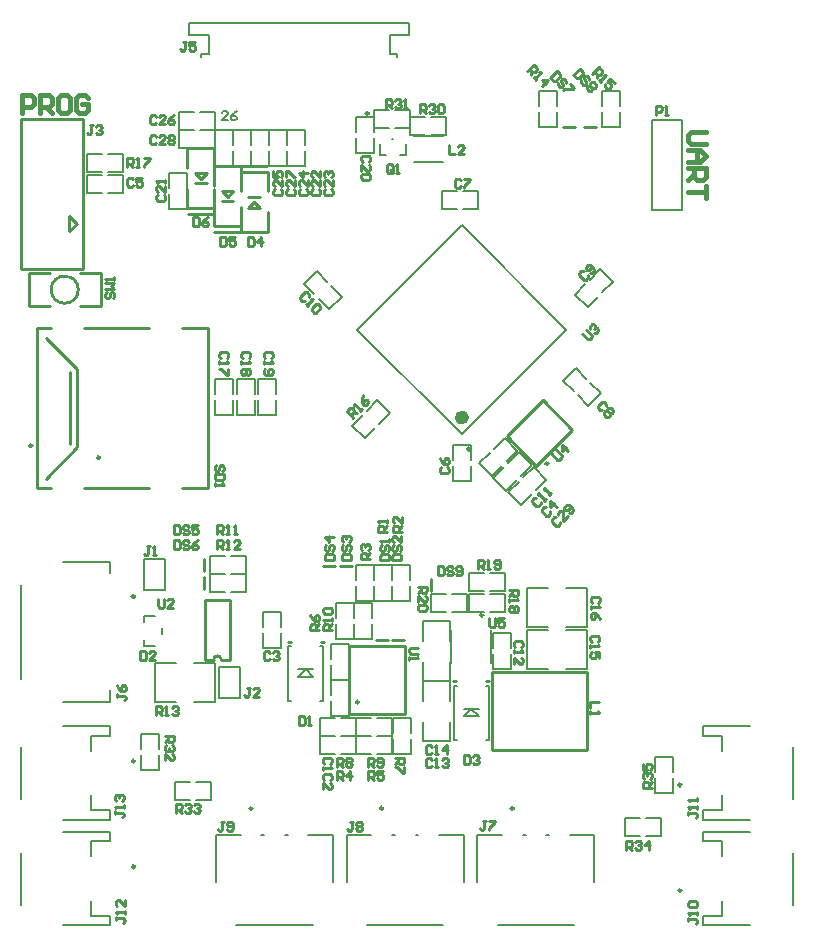
<source format=gto>
G04*
G04 #@! TF.GenerationSoftware,Altium Limited,Altium Designer,21.5.1 (32)*
G04*
G04 Layer_Color=65535*
%FSLAX44Y44*%
%MOMM*%
G71*
G04*
G04 #@! TF.SameCoordinates,291158CD-1CAE-4BE2-80A8-EAB606698AEE*
G04*
G04*
G04 #@! TF.FilePolarity,Positive*
G04*
G01*
G75*
%ADD10C,0.2500*%
%ADD11C,0.6000*%
%ADD12C,0.2540*%
%ADD13C,0.2000*%
%ADD14C,0.2032*%
%ADD15C,0.3810*%
%ADD16C,0.1270*%
D10*
X439568Y453465D02*
G03*
X439568Y453465I-1250J0D01*
G01*
X155417Y99658D02*
G03*
X155417Y99658I-1250J0D01*
G01*
X450440Y312759D02*
G03*
X450440Y312759I-1250J0D01*
G01*
X618120Y169070D02*
G03*
X618120Y169070I-1250J0D01*
G01*
X345101Y239118D02*
G03*
X345101Y239118I-1250J0D01*
G01*
X68624Y456184D02*
G03*
X68624Y456184I-1250J0D01*
G01*
X125774Y446024D02*
G03*
X125774Y446024I-1250J0D01*
G01*
X618120Y79658D02*
G03*
X618120Y79658I-1250J0D01*
G01*
X353392Y737320D02*
G03*
X353392Y737320I-1250J0D01*
G01*
X155401Y328461D02*
G03*
X155401Y328461I-1250J0D01*
G01*
X476227Y149142D02*
G03*
X476227Y149142I-1250J0D01*
G01*
X365566D02*
G03*
X365566Y149142I-1250J0D01*
G01*
X254906D02*
G03*
X254906Y149142I-1250J0D01*
G01*
X155417Y189070D02*
G03*
X155417Y189070I-1250J0D01*
G01*
D11*
X435308Y479982D02*
G03*
X435308Y479982I-3000J0D01*
G01*
D12*
X107512Y588226D02*
G03*
X107512Y588226I-11500J0D01*
G01*
X228468Y275100D02*
G03*
X222118Y275100I-3175J0D01*
G01*
X505509Y441084D02*
G03*
X505509Y441084I-1270J0D01*
G01*
X59436Y606104D02*
X111506D01*
Y733104D01*
X59436D02*
X111506D01*
X59436Y606104D02*
Y733104D01*
X100076Y650554D02*
X106426Y644204D01*
X100076Y637854D02*
X106426Y644204D01*
X100076Y637854D02*
Y650554D01*
X457918Y198414D02*
Y264454D01*
X537928D01*
Y198414D02*
Y264454D01*
X457918Y198414D02*
X537928D01*
X425152Y256581D02*
X427692D01*
X453092D02*
X455632D01*
X406296Y333228D02*
Y343388D01*
X284794Y289814D02*
X287334D01*
X312734D02*
X315274D01*
X126492Y574256D02*
Y602196D01*
X108712D02*
X126492D01*
X108712Y574256D02*
X126492D01*
X65532Y602196D02*
X83312D01*
X65532Y574256D02*
Y602196D01*
Y574256D02*
X83312D01*
X228468Y275100D02*
X235653D01*
X214933D02*
X222118D01*
X214933D02*
Y325900D01*
X235653D01*
Y275100D02*
Y325900D01*
X535992Y725686D02*
X546152D01*
X518199D02*
X528359D01*
X336871Y229138D02*
X384331D01*
X336871Y286598D02*
X384331D01*
X336871Y229138D02*
Y286598D01*
X384331Y229138D02*
Y286598D01*
X213899Y334422D02*
Y344582D01*
X100394Y457454D02*
Y518414D01*
X80074Y547624D02*
X106744Y520954D01*
Y454914D02*
Y520954D01*
X80074Y428244D02*
X106744Y454914D01*
X195264Y419934D02*
X217764D01*
X72764D02*
Y555934D01*
X217764Y419934D02*
Y555934D01*
X112264Y555934D02*
X167264D01*
X72764Y419934D02*
X84264D01*
X72764Y555934D02*
X84264D01*
X112264Y419934D02*
X167264D01*
X195264Y555934D02*
X217764D01*
X495259Y439288D02*
X525792Y469821D01*
X500647Y494965D02*
X525792Y469821D01*
X470114Y464432D02*
X500647Y494965D01*
X470114Y464432D02*
X495259Y439288D01*
X213899Y349976D02*
Y360136D01*
X245206Y671451D02*
Y687961D01*
X268066D01*
Y671451D02*
Y687961D01*
Y637161D02*
Y653671D01*
X251636Y666561D02*
X261636D01*
X251552Y657809D02*
X256552Y662809D01*
X251552Y657809D02*
X261552D01*
X256552Y662809D02*
X261552Y657809D01*
X245206Y637161D02*
Y653671D01*
Y637161D02*
X268066D01*
X245636Y692561D02*
X267636D01*
X245226Y641942D02*
Y658452D01*
X222366Y641942D02*
X245226D01*
X222366D02*
Y658452D01*
Y676232D02*
Y692742D01*
X228796Y663342D02*
X238796D01*
X233881Y667094D02*
X238881Y672094D01*
X228881D02*
X238881D01*
X228881D02*
X233881Y667094D01*
X245226Y676232D02*
Y692742D01*
X222366D02*
X245226D01*
X222796Y637342D02*
X244796D01*
X222758Y657098D02*
Y673608D01*
X199898Y657098D02*
X222758D01*
X199898D02*
Y673608D01*
Y691388D02*
Y707898D01*
X206328Y678498D02*
X216328D01*
X211413Y682250D02*
X216413Y687250D01*
X206413D02*
X216413D01*
X206413D02*
X211413Y682250D01*
X222758Y691388D02*
Y707898D01*
X199898D02*
X222758D01*
X200328Y652498D02*
X222328D01*
X359739Y291846D02*
X369899D01*
X373186D02*
X383346D01*
X328990Y354584D02*
X339150D01*
X315020D02*
X325180D01*
X119853Y727291D02*
X117313D01*
X118583D01*
Y720943D01*
X117313Y719673D01*
X116044D01*
X114774Y720943D01*
X122392Y726021D02*
X123661Y727291D01*
X126201D01*
X127470Y726021D01*
Y724752D01*
X126201Y723482D01*
X124931D01*
X126201D01*
X127470Y722213D01*
Y720943D01*
X126201Y719673D01*
X123661D01*
X122392Y720943D01*
X394930Y336569D02*
X402547D01*
Y332761D01*
X401278Y331491D01*
X398739D01*
X397469Y332761D01*
Y336569D01*
Y334030D02*
X394930Y331491D01*
Y323873D02*
Y328952D01*
X400008Y323873D01*
X401278D01*
X402547Y325143D01*
Y327682D01*
X401278Y328952D01*
Y321334D02*
X402547Y320065D01*
Y317526D01*
X401278Y316256D01*
X396199D01*
X394930Y317526D01*
Y320065D01*
X396199Y321334D01*
X401278D01*
X363299Y359178D02*
X370916D01*
Y362987D01*
X369646Y364257D01*
X364568D01*
X363299Y362987D01*
Y359178D01*
X364568Y371874D02*
X363299Y370605D01*
Y368065D01*
X364568Y366796D01*
X365838D01*
X367107Y368065D01*
Y370605D01*
X368377Y371874D01*
X369646D01*
X370916Y370605D01*
Y368065D01*
X369646Y366796D01*
X370916Y374413D02*
Y376952D01*
Y375683D01*
X363299D01*
X364568Y374413D01*
X320733Y186689D02*
X322002Y187959D01*
Y190498D01*
X320733Y191768D01*
X315655D01*
X314385Y190498D01*
Y187959D01*
X315655Y186689D01*
X314385Y184150D02*
Y181611D01*
Y182880D01*
X322002D01*
X320733Y184150D01*
X320987Y172722D02*
X322257Y173991D01*
Y176530D01*
X320987Y177800D01*
X315909D01*
X314639Y176530D01*
Y173991D01*
X315909Y172722D01*
X314639Y165104D02*
Y170182D01*
X319717Y165104D01*
X320987D01*
X322257Y166374D01*
Y168913D01*
X320987Y170182D01*
X326323Y184150D02*
Y191768D01*
X330132D01*
X331401Y190498D01*
Y187959D01*
X330132Y186689D01*
X326323D01*
X328862D02*
X331401Y184150D01*
X333941Y190498D02*
X335210Y191768D01*
X337749D01*
X339019Y190498D01*
Y189228D01*
X337749Y187959D01*
X339019Y186689D01*
Y185420D01*
X337749Y184150D01*
X335210D01*
X333941Y185420D01*
Y186689D01*
X335210Y187959D01*
X333941Y189228D01*
Y190498D01*
X335210Y187959D02*
X337749D01*
X326383Y172720D02*
Y180338D01*
X330192D01*
X331461Y179068D01*
Y176529D01*
X330192Y175259D01*
X326383D01*
X328922D02*
X331461Y172720D01*
X337809D02*
Y180338D01*
X334001Y176529D01*
X339079D01*
X395183Y284868D02*
X388835D01*
X387565Y283599D01*
Y281059D01*
X388835Y279790D01*
X395183D01*
X387565Y277251D02*
Y274711D01*
Y275981D01*
X395183D01*
X393913Y277251D01*
X534229Y550724D02*
X538718Y546236D01*
X540513D01*
X542309Y548031D01*
X542309Y549827D01*
X537820Y554315D01*
X540513Y555213D02*
Y557009D01*
X542309Y558804D01*
X544104Y558804D01*
X545002Y557906D01*
Y556111D01*
X544104Y555213D01*
X545002Y556111D01*
X546798Y556111D01*
X547695Y555213D01*
X547695Y553418D01*
X545900Y551622D01*
X544104D01*
X139240Y57148D02*
Y54609D01*
Y55879D01*
X145588D01*
X146857Y54609D01*
Y53340D01*
X145588Y52070D01*
X146857Y59688D02*
Y62227D01*
Y60957D01*
X139240D01*
X140509Y59688D01*
X146857Y71114D02*
Y66035D01*
X141779Y71114D01*
X140509D01*
X139240Y69844D01*
Y67305D01*
X140509Y66035D01*
X406652Y190075D02*
X405383Y191344D01*
X402844D01*
X401574Y190075D01*
Y184996D01*
X402844Y183727D01*
X405383D01*
X406652Y184996D01*
X409192Y183727D02*
X411731D01*
X410461D01*
Y191344D01*
X409192Y190075D01*
X415540D02*
X416809Y191344D01*
X419348D01*
X420618Y190075D01*
Y188805D01*
X419348Y187536D01*
X418079D01*
X419348D01*
X420618Y186266D01*
Y184996D01*
X419348Y183727D01*
X416809D01*
X415540Y184996D01*
X548577Y238796D02*
X540960D01*
Y233717D01*
Y231178D02*
Y228639D01*
Y229909D01*
X548577D01*
X547308Y231178D01*
X434086Y194053D02*
Y186436D01*
X437895D01*
X439164Y187706D01*
Y192784D01*
X437895Y194053D01*
X434086D01*
X441703Y192784D02*
X442973Y194053D01*
X445512D01*
X446782Y192784D01*
Y191514D01*
X445512Y190245D01*
X444243D01*
X445512D01*
X446782Y188975D01*
Y187706D01*
X445512Y186436D01*
X442973D01*
X441703Y187706D01*
X406652Y201166D02*
X405383Y202435D01*
X402844D01*
X401574Y201166D01*
Y196088D01*
X402844Y194818D01*
X405383D01*
X406652Y196088D01*
X409192Y194818D02*
X411731D01*
X410461D01*
Y202435D01*
X409192Y201166D01*
X419348Y194818D02*
Y202435D01*
X415540Y198627D01*
X420618D01*
X547578Y323059D02*
X548848Y324328D01*
Y326868D01*
X547578Y328137D01*
X542500D01*
X541230Y326868D01*
Y324328D01*
X542500Y323059D01*
X541230Y320520D02*
Y317980D01*
Y319250D01*
X548848D01*
X547578Y320520D01*
X548848Y309093D02*
X547578Y311632D01*
X545039Y314172D01*
X542500D01*
X541230Y312902D01*
Y310363D01*
X542500Y309093D01*
X543769D01*
X545039Y310363D01*
Y314172D01*
X455319Y310022D02*
Y303674D01*
X456589Y302404D01*
X459128D01*
X460398Y303674D01*
Y310022D01*
X468015D02*
X462937D01*
Y306213D01*
X465476Y307483D01*
X466745D01*
X468015Y306213D01*
Y303674D01*
X466745Y302404D01*
X464206D01*
X462937Y303674D01*
X482486Y285622D02*
X483756Y286892D01*
Y289431D01*
X482486Y290700D01*
X477408D01*
X476138Y289431D01*
Y286892D01*
X477408Y285622D01*
X476138Y283083D02*
Y280544D01*
Y281813D01*
X483756D01*
X482486Y283083D01*
X476138Y271657D02*
Y276735D01*
X481216Y271657D01*
X482486D01*
X483756Y272926D01*
Y275465D01*
X482486Y276735D01*
X547322Y290314D02*
X548592Y291584D01*
Y294123D01*
X547322Y295392D01*
X542244D01*
X540974Y294123D01*
Y291584D01*
X542244Y290314D01*
X540974Y287775D02*
Y285236D01*
Y286505D01*
X548592D01*
X547322Y287775D01*
X548592Y276349D02*
Y281427D01*
X544783D01*
X546052Y278888D01*
Y277618D01*
X544783Y276349D01*
X542244D01*
X540974Y277618D01*
Y280157D01*
X542244Y281427D01*
X472400Y334029D02*
X480018D01*
Y330221D01*
X478748Y328951D01*
X476209D01*
X474939Y330221D01*
Y334029D01*
Y331490D02*
X472400Y328951D01*
Y326412D02*
Y323873D01*
Y325142D01*
X480018D01*
X478748Y326412D01*
Y320064D02*
X480018Y318794D01*
Y316255D01*
X478748Y314986D01*
X477478D01*
X476209Y316255D01*
X474939Y314986D01*
X473670D01*
X472400Y316255D01*
Y318794D01*
X473670Y320064D01*
X474939D01*
X476209Y318794D01*
X477478Y320064D01*
X478748D01*
X476209Y318794D02*
Y316255D01*
X411876Y354073D02*
Y346456D01*
X415685D01*
X416955Y347726D01*
Y352804D01*
X415685Y354073D01*
X411876D01*
X424572Y352804D02*
X423303Y354073D01*
X420764D01*
X419494Y352804D01*
Y351534D01*
X420764Y350265D01*
X423303D01*
X424572Y348995D01*
Y347726D01*
X423303Y346456D01*
X420764D01*
X419494Y347726D01*
X427112D02*
X428381Y346456D01*
X430920D01*
X432190Y347726D01*
Y352804D01*
X430920Y354073D01*
X428381D01*
X427112Y352804D01*
Y351534D01*
X428381Y350265D01*
X432190D01*
X445726Y351992D02*
Y359610D01*
X449535D01*
X450804Y358340D01*
Y355801D01*
X449535Y354531D01*
X445726D01*
X448265D02*
X450804Y351992D01*
X453344D02*
X455883D01*
X454613D01*
Y359610D01*
X453344Y358340D01*
X459692Y353262D02*
X460961Y351992D01*
X463500D01*
X464770Y353262D01*
Y358340D01*
X463500Y359610D01*
X460961D01*
X459692Y358340D01*
Y357070D01*
X460961Y355801D01*
X464770D01*
X554612Y489699D02*
X554612Y491494D01*
X552817Y493290D01*
X551021D01*
X547430Y489699D01*
Y487903D01*
X549226Y486108D01*
X551021Y486108D01*
X556408Y487903D02*
X558203D01*
X559999Y486108D01*
X559999Y484313D01*
X559101Y483415D01*
X557305D01*
X557305Y481619D01*
X556408Y480722D01*
X554612Y480722D01*
X552817Y482517D01*
Y484313D01*
X553714Y485210D01*
X555510D01*
X555510Y487006D01*
X556408Y487903D01*
X555510Y485210D02*
X557305Y483415D01*
X175260Y326387D02*
Y320040D01*
X176530Y318770D01*
X179069D01*
X180338Y320040D01*
Y326387D01*
X187956Y318770D02*
X182878D01*
X187956Y323848D01*
Y325118D01*
X186686Y326387D01*
X184147D01*
X182878Y325118D01*
X511928Y395430D02*
X510133Y395430D01*
X508337Y393634D01*
Y391839D01*
X511928Y388248D01*
X513724D01*
X515519Y390043D01*
X515519Y391839D01*
X521803Y396327D02*
X518212Y392736D01*
Y399918D01*
X517315Y400816D01*
X515519Y400816D01*
X513724Y399021D01*
Y397225D01*
X522701Y399021D02*
X524497D01*
X526292Y400816D01*
X526292Y402612D01*
X522701Y406202D01*
X520906D01*
X519110Y404407D01*
Y402612D01*
X520008Y401714D01*
X521803Y401714D01*
X524496Y404407D01*
X322386Y299720D02*
X314769D01*
Y303529D01*
X316038Y304798D01*
X318577D01*
X319847Y303529D01*
Y299720D01*
Y302259D02*
X322386Y304798D01*
Y307337D02*
Y309877D01*
Y308607D01*
X314769D01*
X316038Y307337D01*
Y313685D02*
X314769Y314955D01*
Y317494D01*
X316038Y318764D01*
X321116D01*
X322386Y317494D01*
Y314955D01*
X321116Y313685D01*
X316038D01*
X225044Y381254D02*
Y388871D01*
X228853D01*
X230122Y387602D01*
Y385063D01*
X228853Y383793D01*
X225044D01*
X227583D02*
X230122Y381254D01*
X232661D02*
X235201D01*
X233931D01*
Y388871D01*
X232661Y387602D01*
X239009Y381254D02*
X241549D01*
X240279D01*
Y388871D01*
X239009Y387602D01*
X188214Y388871D02*
Y381254D01*
X192023D01*
X193292Y382524D01*
Y387602D01*
X192023Y388871D01*
X188214D01*
X200910Y387602D02*
X199640Y388871D01*
X197101D01*
X195832Y387602D01*
Y386332D01*
X197101Y385063D01*
X199640D01*
X200910Y383793D01*
Y382524D01*
X199640Y381254D01*
X197101D01*
X195832Y382524D01*
X208527Y388871D02*
X203449D01*
Y385063D01*
X205988Y386332D01*
X207258D01*
X208527Y385063D01*
Y382524D01*
X207258Y381254D01*
X204719D01*
X203449Y382524D01*
X624081Y56640D02*
Y54101D01*
Y55371D01*
X630428D01*
X631698Y54101D01*
Y52832D01*
X630428Y51562D01*
X631698Y59180D02*
Y61719D01*
Y60449D01*
X624081D01*
X625350Y59180D01*
Y65528D02*
X624081Y66797D01*
Y69336D01*
X625350Y70606D01*
X630428D01*
X631698Y69336D01*
Y66797D01*
X630428Y65528D01*
X625350D01*
X270818Y530224D02*
X272088Y531493D01*
Y534032D01*
X270818Y535302D01*
X265740D01*
X264470Y534032D01*
Y531493D01*
X265740Y530224D01*
X264470Y527684D02*
Y525145D01*
Y526415D01*
X272088D01*
X270818Y527684D01*
X265740Y521336D02*
X264470Y520067D01*
Y517528D01*
X265740Y516258D01*
X270818D01*
X272088Y517528D01*
Y520067D01*
X270818Y521336D01*
X269548D01*
X268279Y520067D01*
Y516258D01*
X251713Y530129D02*
X252983Y531398D01*
Y533937D01*
X251713Y535207D01*
X246635D01*
X245365Y533937D01*
Y531398D01*
X246635Y530129D01*
X245365Y527589D02*
Y525050D01*
Y526320D01*
X252983D01*
X251713Y527589D01*
Y521241D02*
X252983Y519972D01*
Y517433D01*
X251713Y516163D01*
X250444D01*
X249174Y517433D01*
X247904Y516163D01*
X246635D01*
X245365Y517433D01*
Y519972D01*
X246635Y521241D01*
X247904D01*
X249174Y519972D01*
X250444Y521241D01*
X251713D01*
X249174Y519972D02*
Y517433D01*
X233425Y530087D02*
X234695Y531357D01*
Y533896D01*
X233425Y535165D01*
X228347D01*
X227077Y533896D01*
Y531357D01*
X228347Y530087D01*
X227077Y527548D02*
Y525009D01*
Y526278D01*
X234695D01*
X233425Y527548D01*
X234695Y521200D02*
Y516121D01*
X233425D01*
X228347Y521200D01*
X227077D01*
X131536Y586036D02*
X130267Y584767D01*
Y582228D01*
X131536Y580958D01*
X132806D01*
X134075Y582228D01*
Y584767D01*
X135345Y586036D01*
X136615D01*
X137884Y584767D01*
Y582228D01*
X136615Y580958D01*
X130267Y588576D02*
X137884D01*
X135345Y591115D01*
X137884Y593654D01*
X130267D01*
X137884Y596193D02*
Y598732D01*
Y597463D01*
X130267D01*
X131536Y596193D01*
X149098Y692357D02*
Y699975D01*
X152907D01*
X154176Y698705D01*
Y696166D01*
X152907Y694897D01*
X149098D01*
X151637D02*
X154176Y692357D01*
X156715D02*
X159255D01*
X157985D01*
Y699975D01*
X156715Y698705D01*
X163064Y699975D02*
X168142D01*
Y698705D01*
X163064Y693627D01*
Y692357D01*
X340285Y479934D02*
X334899Y485320D01*
X337592Y488013D01*
X339388Y488013D01*
X341183Y486218D01*
X341183Y484422D01*
X338490Y481729D01*
X340285Y483525D02*
X343876Y483525D01*
X345672Y485320D02*
X347467Y487116D01*
X346570Y486218D01*
X341183Y491604D01*
Y489809D01*
X348365Y498786D02*
X347467Y496093D01*
Y492502D01*
X349263Y490706D01*
X351058D01*
X352854Y492502D01*
X352854Y494297D01*
X351956Y495195D01*
X350161Y495195D01*
X347467Y492502D01*
X542774Y770999D02*
X548160Y776385D01*
X550854Y773692D01*
X550853Y771896D01*
X549058Y770101D01*
X547262Y770101D01*
X544569Y772794D01*
X546365Y770999D02*
X546365Y767408D01*
X548160Y765612D02*
X549956Y763817D01*
X549058Y764714D01*
X554444Y770101D01*
X552649D01*
X561626Y762919D02*
X558035Y766510D01*
X555342Y763817D01*
X558035Y762919D01*
X558933Y762021D01*
Y760226D01*
X557138Y758430D01*
X555342Y758430D01*
X553547Y760226D01*
Y762021D01*
X487564Y773316D02*
X492950Y778702D01*
X495644Y776009D01*
X495644Y774214D01*
X493848Y772418D01*
X492052Y772418D01*
X489359Y775111D01*
X491155Y773316D02*
X491155Y769725D01*
X492950Y767930D02*
X494746Y766134D01*
X493848Y767032D01*
X499234Y772418D01*
X497439D01*
X500132Y760748D02*
X505518Y766134D01*
X500132D01*
X503723Y762543D01*
X596520Y736367D02*
Y743985D01*
X600329D01*
X601598Y742716D01*
Y740176D01*
X600329Y738907D01*
X596520D01*
X604138Y736367D02*
X606677D01*
X605407D01*
Y743985D01*
X604138Y742716D01*
X532111Y775357D02*
X526724Y769971D01*
X529418Y767278D01*
X531213Y767278D01*
X534804Y770869D01*
X534804Y772664D01*
X532111Y775357D01*
X540190Y765482D02*
X540191Y767278D01*
X538395Y769073D01*
X536600D01*
X535702Y768175D01*
X535702Y766380D01*
X537497Y764585D01*
X537497Y762789D01*
X536600Y761891D01*
X534804Y761891D01*
X533009Y763687D01*
Y765482D01*
X541986Y763687D02*
X543781D01*
X545577Y761891D01*
Y760096D01*
X544679Y759198D01*
X542884D01*
X542884Y757403D01*
X541986Y756505D01*
X540191Y756505D01*
X538395Y758300D01*
Y760096D01*
X539293Y760994D01*
X541088D01*
X541088Y762789D01*
X541986Y763687D01*
X541088Y760994D02*
X542884Y759198D01*
X512669Y773250D02*
X507282Y767863D01*
X509976Y765170D01*
X511771Y765170D01*
X515362Y768761D01*
X515362Y770556D01*
X512669Y773250D01*
X520748Y763375D02*
X520748Y765170D01*
X518953Y766965D01*
X517157D01*
X516260Y766068D01*
X516260Y764272D01*
X518055Y762477D01*
X518055Y760681D01*
X517157Y759784D01*
X515362Y759784D01*
X513566Y761579D01*
Y763375D01*
X523442Y762477D02*
X527033Y758886D01*
X526135Y757988D01*
X518953D01*
X518055Y757090D01*
X495288Y412194D02*
X493492Y412194D01*
X491697Y410398D01*
Y408603D01*
X495288Y405012D01*
X497083D01*
X498879Y406807D01*
X498879Y408603D01*
X501572Y409500D02*
X503367Y411296D01*
X502470Y410398D01*
X497083Y415785D01*
Y413989D01*
X506061D02*
X507856Y415785D01*
X506958Y414887D01*
X501572Y420273D01*
Y418478D01*
X302720Y582304D02*
X302720Y584099D01*
X300924Y585895D01*
X299129D01*
X295538Y582304D01*
Y580508D01*
X297333Y578713D01*
X299129Y578713D01*
X300026Y576020D02*
X301822Y574224D01*
X300924Y575122D01*
X306311Y580508D01*
X304515D01*
X309004Y576020D02*
X310799D01*
X312595Y574224D01*
Y572429D01*
X309004Y568838D01*
X307208Y568838D01*
X305413Y570633D01*
Y572429D01*
X309004Y576020D01*
X535353Y603967D02*
X533557Y603967D01*
X531762Y602172D01*
Y600376D01*
X535353Y596785D01*
X537148D01*
X538944Y598581D01*
X538944Y600376D01*
X540739Y602172D02*
X542535D01*
X544330Y603967D01*
X544330Y605763D01*
X540739Y609354D01*
X538944Y609354D01*
X537148Y607558D01*
Y605763D01*
X538046Y604865D01*
X539841Y604865D01*
X542535Y607558D01*
X431290Y680718D02*
X430021Y681988D01*
X427482D01*
X426212Y680718D01*
Y675640D01*
X427482Y674370D01*
X430021D01*
X431290Y675640D01*
X433829Y681988D02*
X438908D01*
Y680718D01*
X433829Y675640D01*
Y674370D01*
X415000Y437699D02*
X413730Y436429D01*
Y433890D01*
X415000Y432620D01*
X420078D01*
X421348Y433890D01*
Y436429D01*
X420078Y437699D01*
X413730Y445316D02*
X415000Y442777D01*
X417539Y440238D01*
X420078D01*
X421348Y441507D01*
Y444047D01*
X420078Y445316D01*
X418809D01*
X417539Y444047D01*
Y440238D01*
X154176Y681540D02*
X152907Y682810D01*
X150368D01*
X149098Y681540D01*
Y676462D01*
X150368Y675192D01*
X152907D01*
X154176Y676462D01*
X161794Y682810D02*
X156715D01*
Y679001D01*
X159255Y680270D01*
X160524D01*
X161794Y679001D01*
Y676462D01*
X160524Y675192D01*
X157985D01*
X156715Y676462D01*
X503473Y404073D02*
X501677Y404073D01*
X499882Y402278D01*
Y400482D01*
X503473Y396892D01*
X505268D01*
X507064Y398687D01*
X507064Y400482D01*
X512450Y404073D02*
X507064Y409460D01*
X507064Y404073D01*
X510655Y407664D01*
X508592Y448866D02*
X513081Y444377D01*
X514877D01*
X516672Y446173D01*
X516672Y447968D01*
X512183Y452457D01*
X522058Y451559D02*
X516672Y456946D01*
X516672Y451559D01*
X520263Y455150D01*
X229335Y434596D02*
X230604Y435865D01*
Y438404D01*
X229335Y439674D01*
X228065D01*
X226795Y438404D01*
Y435865D01*
X225526Y434596D01*
X224256D01*
X222987Y435865D01*
Y438404D01*
X224256Y439674D01*
X230604Y432057D02*
X222987D01*
Y428248D01*
X224256Y426978D01*
X229335D01*
X230604Y428248D01*
Y432057D01*
X222987Y424439D02*
Y421900D01*
Y423169D01*
X230604D01*
X229335Y424439D01*
X593090Y166624D02*
X585472D01*
Y170433D01*
X586742Y171702D01*
X589281D01*
X590551Y170433D01*
Y166624D01*
Y169163D02*
X593090Y171702D01*
X586742Y174242D02*
X585472Y175511D01*
Y178050D01*
X586742Y179320D01*
X588012D01*
X589281Y178050D01*
Y176781D01*
Y178050D01*
X590551Y179320D01*
X591820D01*
X593090Y178050D01*
Y175511D01*
X591820Y174242D01*
X585472Y186937D02*
Y181859D01*
X589281D01*
X588012Y184398D01*
Y185668D01*
X589281Y186937D01*
X591820D01*
X593090Y185668D01*
Y183129D01*
X591820Y181859D01*
X571440Y113988D02*
Y121606D01*
X575249D01*
X576518Y120336D01*
Y117797D01*
X575249Y116527D01*
X571440D01*
X573979D02*
X576518Y113988D01*
X579058Y120336D02*
X580327Y121606D01*
X582866D01*
X584136Y120336D01*
Y119066D01*
X582866Y117797D01*
X581597D01*
X582866D01*
X584136Y116527D01*
Y115258D01*
X582866Y113988D01*
X580327D01*
X579058Y115258D01*
X590484Y113988D02*
Y121606D01*
X586675Y117797D01*
X591753D01*
X190077Y145272D02*
Y152890D01*
X193886D01*
X195156Y151620D01*
Y149081D01*
X193886Y147811D01*
X190077D01*
X192616D02*
X195156Y145272D01*
X197695Y151620D02*
X198964Y152890D01*
X201504D01*
X202773Y151620D01*
Y150351D01*
X201504Y149081D01*
X200234D01*
X201504D01*
X202773Y147811D01*
Y146542D01*
X201504Y145272D01*
X198964D01*
X197695Y146542D01*
X205312Y151620D02*
X206582Y152890D01*
X209121D01*
X210391Y151620D01*
Y150351D01*
X209121Y149081D01*
X207851D01*
X209121D01*
X210391Y147811D01*
Y146542D01*
X209121Y145272D01*
X206582D01*
X205312Y146542D01*
X180875Y210274D02*
X188492D01*
Y206466D01*
X187223Y205196D01*
X184683D01*
X183414Y206466D01*
Y210274D01*
Y207735D02*
X180875Y205196D01*
X187223Y202657D02*
X188492Y201387D01*
Y198848D01*
X187223Y197579D01*
X185953D01*
X184683Y198848D01*
Y200118D01*
Y198848D01*
X183414Y197579D01*
X182144D01*
X180875Y198848D01*
Y201387D01*
X182144Y202657D01*
X180875Y189961D02*
Y195039D01*
X185953Y189961D01*
X187223D01*
X188492Y191231D01*
Y193770D01*
X187223Y195039D01*
X368046Y741888D02*
Y749506D01*
X371855D01*
X373124Y748236D01*
Y745697D01*
X371855Y744427D01*
X368046D01*
X370585D02*
X373124Y741888D01*
X375663Y748236D02*
X376933Y749506D01*
X379472D01*
X380742Y748236D01*
Y746967D01*
X379472Y745697D01*
X378203D01*
X379472D01*
X380742Y744427D01*
Y743158D01*
X379472Y741888D01*
X376933D01*
X375663Y743158D01*
X383281Y741888D02*
X385820D01*
X384551D01*
Y749506D01*
X383281Y748236D01*
X396599Y737616D02*
Y745234D01*
X400408D01*
X401678Y743964D01*
Y741425D01*
X400408Y740155D01*
X396599D01*
X399138D02*
X401678Y737616D01*
X404217Y743964D02*
X405486Y745234D01*
X408025D01*
X409295Y743964D01*
Y742694D01*
X408025Y741425D01*
X406756D01*
X408025D01*
X409295Y740155D01*
Y738886D01*
X408025Y737616D01*
X405486D01*
X404217Y738886D01*
X411834Y743964D02*
X413104Y745234D01*
X415643D01*
X416912Y743964D01*
Y738886D01*
X415643Y737616D01*
X413104D01*
X411834Y738886D01*
Y743964D01*
X173228Y228092D02*
Y235709D01*
X177037D01*
X178306Y234440D01*
Y231901D01*
X177037Y230631D01*
X173228D01*
X175767D02*
X178306Y228092D01*
X180846D02*
X183385D01*
X182115D01*
Y235709D01*
X180846Y234440D01*
X187194D02*
X188463Y235709D01*
X191002D01*
X192272Y234440D01*
Y233170D01*
X191002Y231901D01*
X189733D01*
X191002D01*
X192272Y230631D01*
Y229362D01*
X191002Y228092D01*
X188463D01*
X187194Y229362D01*
X225044Y368300D02*
Y375918D01*
X228853D01*
X230122Y374648D01*
Y372109D01*
X228853Y370839D01*
X225044D01*
X227583D02*
X230122Y368300D01*
X232661D02*
X235201D01*
X233931D01*
Y375918D01*
X232661Y374648D01*
X244088Y368300D02*
X239009D01*
X244088Y373378D01*
Y374648D01*
X242818Y375918D01*
X240279D01*
X239009Y374648D01*
X352806Y184404D02*
Y192022D01*
X356615D01*
X357884Y190752D01*
Y188213D01*
X356615Y186943D01*
X352806D01*
X355345D02*
X357884Y184404D01*
X360424Y185674D02*
X361693Y184404D01*
X364232D01*
X365502Y185674D01*
Y190752D01*
X364232Y192022D01*
X361693D01*
X360424Y190752D01*
Y189482D01*
X361693Y188213D01*
X365502D01*
X375920Y191516D02*
X383537D01*
Y187707D01*
X382268Y186438D01*
X379729D01*
X378459Y187707D01*
Y191516D01*
Y188977D02*
X375920Y186438D01*
X383537Y183899D02*
Y178820D01*
X382268D01*
X377190Y183899D01*
X375920D01*
X311718Y299720D02*
X304100D01*
Y303529D01*
X305370Y304798D01*
X307909D01*
X309179Y303529D01*
Y299720D01*
Y302259D02*
X311718Y304798D01*
X304100Y312416D02*
X305370Y309877D01*
X307909Y307337D01*
X310448D01*
X311718Y308607D01*
Y311146D01*
X310448Y312416D01*
X309179D01*
X307909Y311146D01*
Y307337D01*
X353060Y173228D02*
Y180846D01*
X356869D01*
X358138Y179576D01*
Y177037D01*
X356869Y175767D01*
X353060D01*
X355599D02*
X358138Y173228D01*
X365756Y180846D02*
X360677D01*
Y177037D01*
X363217Y178306D01*
X364486D01*
X365756Y177037D01*
Y174498D01*
X364486Y173228D01*
X361947D01*
X360677Y174498D01*
X354173Y359918D02*
X346555D01*
Y363727D01*
X347825Y364996D01*
X350364D01*
X351633Y363727D01*
Y359918D01*
Y362457D02*
X354173Y364996D01*
X347825Y367536D02*
X346555Y368805D01*
Y371344D01*
X347825Y372614D01*
X349094D01*
X350364Y371344D01*
Y370075D01*
Y371344D01*
X351633Y372614D01*
X352903D01*
X354173Y371344D01*
Y368805D01*
X352903Y367536D01*
X381362Y383131D02*
X373744D01*
Y386940D01*
X375014Y388209D01*
X377553D01*
X378822Y386940D01*
Y383131D01*
Y385670D02*
X381362Y388209D01*
Y395827D02*
Y390748D01*
X376283Y395827D01*
X375014D01*
X373744Y394557D01*
Y392018D01*
X375014Y390748D01*
X368741Y383357D02*
X361124D01*
Y387166D01*
X362393Y388435D01*
X364933D01*
X366202Y387166D01*
Y383357D01*
Y385896D02*
X368741Y388435D01*
Y390975D02*
Y393514D01*
Y392244D01*
X361124D01*
X362393Y390975D01*
X373632Y688086D02*
Y693164D01*
X372363Y694434D01*
X369824D01*
X368554Y693164D01*
Y688086D01*
X369824Y686816D01*
X372363D01*
X371093Y689355D02*
X373632Y686816D01*
X372363D02*
X373632Y688086D01*
X376171Y686816D02*
X378711D01*
X377441D01*
Y694434D01*
X376171Y693164D01*
X421132Y710435D02*
Y702818D01*
X426210D01*
X433828D02*
X428750D01*
X433828Y707896D01*
Y709166D01*
X432558Y710435D01*
X430019D01*
X428750Y709166D01*
X138478Y146556D02*
Y144017D01*
Y145287D01*
X144826D01*
X146095Y144017D01*
Y142748D01*
X144826Y141478D01*
X146095Y149095D02*
Y151635D01*
Y150365D01*
X138478D01*
X139747Y149095D01*
Y155443D02*
X138478Y156713D01*
Y159252D01*
X139747Y160522D01*
X141017D01*
X142286Y159252D01*
Y157983D01*
Y159252D01*
X143556Y160522D01*
X144826D01*
X146095Y159252D01*
Y156713D01*
X144826Y155443D01*
X624081Y146048D02*
Y143509D01*
Y144779D01*
X630428D01*
X631698Y143509D01*
Y142240D01*
X630428Y140970D01*
X631698Y148588D02*
Y151127D01*
Y149857D01*
X624081D01*
X625350Y148588D01*
X631698Y154936D02*
Y157475D01*
Y156205D01*
X624081D01*
X625350Y154936D01*
X230884Y137920D02*
X228345D01*
X229615D01*
Y131572D01*
X228345Y130302D01*
X227076D01*
X225806Y131572D01*
X233424D02*
X234693Y130302D01*
X237232D01*
X238502Y131572D01*
Y136650D01*
X237232Y137920D01*
X234693D01*
X233424Y136650D01*
Y135380D01*
X234693Y134111D01*
X238502D01*
X340358Y137920D02*
X337819D01*
X339089D01*
Y131572D01*
X337819Y130302D01*
X336550D01*
X335280Y131572D01*
X342897Y136650D02*
X344167Y137920D01*
X346706D01*
X347976Y136650D01*
Y135380D01*
X346706Y134111D01*
X347976Y132841D01*
Y131572D01*
X346706Y130302D01*
X344167D01*
X342897Y131572D01*
Y132841D01*
X344167Y134111D01*
X342897Y135380D01*
Y136650D01*
X344167Y134111D02*
X346706D01*
X452372Y138681D02*
X449833D01*
X451103D01*
Y132334D01*
X449833Y131064D01*
X448564D01*
X447294Y132334D01*
X454911Y138681D02*
X459990D01*
Y137412D01*
X454911Y132334D01*
Y131064D01*
X139996Y245716D02*
Y243176D01*
Y244446D01*
X146344D01*
X147614Y243176D01*
Y241907D01*
X146344Y240637D01*
X139996Y253333D02*
X141266Y250794D01*
X143805Y248255D01*
X146344D01*
X147614Y249524D01*
Y252064D01*
X146344Y253333D01*
X145075D01*
X143805Y252064D01*
Y248255D01*
X198746Y798065D02*
X196207D01*
X197477D01*
Y791718D01*
X196207Y790448D01*
X194938D01*
X193668Y791718D01*
X206364Y798065D02*
X201285D01*
Y794257D01*
X203825Y795526D01*
X205094D01*
X206364Y794257D01*
Y791718D01*
X205094Y790448D01*
X202555D01*
X201285Y791718D01*
X252982Y251290D02*
X250443D01*
X251713D01*
Y244942D01*
X250443Y243673D01*
X249174D01*
X247904Y244942D01*
X260600Y243673D02*
X255522D01*
X260600Y248751D01*
Y250021D01*
X259330Y251290D01*
X256791D01*
X255522Y250021D01*
X167892Y370838D02*
X165353D01*
X166623D01*
Y364490D01*
X165353Y363220D01*
X164084D01*
X162814Y364490D01*
X170431Y363220D02*
X172971D01*
X171701D01*
Y370838D01*
X170431Y369568D01*
X188214Y375918D02*
Y368300D01*
X192023D01*
X193292Y369570D01*
Y374648D01*
X192023Y375918D01*
X188214D01*
X200910Y374648D02*
X199640Y375918D01*
X197101D01*
X195832Y374648D01*
Y373378D01*
X197101Y372109D01*
X199640D01*
X200910Y370839D01*
Y369570D01*
X199640Y368300D01*
X197101D01*
X195832Y369570D01*
X208527Y375918D02*
X205988Y374648D01*
X203449Y372109D01*
Y369570D01*
X204719Y368300D01*
X207258D01*
X208527Y369570D01*
Y370839D01*
X207258Y372109D01*
X203449D01*
X316292Y359664D02*
X323910D01*
Y363473D01*
X322640Y364742D01*
X317562D01*
X316292Y363473D01*
Y359664D01*
X317562Y372360D02*
X316292Y371090D01*
Y368551D01*
X317562Y367281D01*
X318832D01*
X320101Y368551D01*
Y371090D01*
X321371Y372360D01*
X322640D01*
X323910Y371090D01*
Y368551D01*
X322640Y367281D01*
X323910Y378708D02*
X316292D01*
X320101Y374899D01*
Y379977D01*
X330517Y359664D02*
X338134D01*
Y363473D01*
X336864Y364742D01*
X331786D01*
X330517Y363473D01*
Y359664D01*
X331786Y372360D02*
X330517Y371090D01*
Y368551D01*
X331786Y367281D01*
X333056D01*
X334325Y368551D01*
Y371090D01*
X335595Y372360D01*
X336864D01*
X338134Y371090D01*
Y368551D01*
X336864Y367281D01*
X331786Y374899D02*
X330517Y376169D01*
Y378708D01*
X331786Y379977D01*
X333056D01*
X334325Y378708D01*
Y377438D01*
Y378708D01*
X335595Y379977D01*
X336864D01*
X338134Y378708D01*
Y376169D01*
X336864Y374899D01*
X373459Y359178D02*
X381076D01*
Y362987D01*
X379807Y364257D01*
X374728D01*
X373459Y362987D01*
Y359178D01*
X374728Y371874D02*
X373459Y370605D01*
Y368065D01*
X374728Y366796D01*
X375998D01*
X377267Y368065D01*
Y370605D01*
X378537Y371874D01*
X379807D01*
X381076Y370605D01*
Y368065D01*
X379807Y366796D01*
X381076Y379492D02*
Y374413D01*
X375998Y379492D01*
X374728D01*
X373459Y378222D01*
Y375683D01*
X374728Y374413D01*
X204978Y649730D02*
Y642112D01*
X208787D01*
X210056Y643382D01*
Y648460D01*
X208787Y649730D01*
X204978D01*
X217674D02*
X215135Y648460D01*
X212596Y645921D01*
Y643382D01*
X213865Y642112D01*
X216404D01*
X217674Y643382D01*
Y644651D01*
X216404Y645921D01*
X212596D01*
X227584Y633219D02*
Y625602D01*
X231393D01*
X232662Y626872D01*
Y631950D01*
X231393Y633219D01*
X227584D01*
X240280D02*
X235201D01*
Y629411D01*
X237741Y630680D01*
X239010D01*
X240280Y629411D01*
Y626872D01*
X239010Y625602D01*
X236471D01*
X235201Y626872D01*
X251206Y632711D02*
Y625094D01*
X255015D01*
X256284Y626364D01*
Y631442D01*
X255015Y632711D01*
X251206D01*
X262632Y625094D02*
Y632711D01*
X258824Y628903D01*
X263902D01*
X160020Y282192D02*
Y274574D01*
X163829D01*
X165098Y275844D01*
Y280922D01*
X163829Y282192D01*
X160020D01*
X172716Y274574D02*
X167638D01*
X172716Y279652D01*
Y280922D01*
X171446Y282192D01*
X168907D01*
X167638Y280922D01*
X294386Y226880D02*
Y219262D01*
X298195D01*
X299464Y220532D01*
Y225610D01*
X298195Y226880D01*
X294386D01*
X302003Y219262D02*
X304543D01*
X303273D01*
Y226880D01*
X302003Y225610D01*
X173734Y717802D02*
X172465Y719072D01*
X169926D01*
X168656Y717802D01*
Y712724D01*
X169926Y711454D01*
X172465D01*
X173734Y712724D01*
X181352Y711454D02*
X176273D01*
X181352Y716532D01*
Y717802D01*
X180082Y719072D01*
X177543D01*
X176273Y717802D01*
X183891D02*
X185161Y719072D01*
X187700D01*
X188969Y717802D01*
Y716532D01*
X187700Y715263D01*
X188969Y713993D01*
Y712724D01*
X187700Y711454D01*
X185161D01*
X183891Y712724D01*
Y713993D01*
X185161Y715263D01*
X183891Y716532D01*
Y717802D01*
X185161Y715263D02*
X187700D01*
X284736Y673098D02*
X283466Y671829D01*
Y669290D01*
X284736Y668020D01*
X289814D01*
X291084Y669290D01*
Y671829D01*
X289814Y673098D01*
X291084Y680716D02*
Y675638D01*
X286006Y680716D01*
X284736D01*
X283466Y679446D01*
Y676907D01*
X284736Y675638D01*
X283466Y683255D02*
Y688333D01*
X284736D01*
X289814Y683255D01*
X291084D01*
X173734Y734441D02*
X172465Y735711D01*
X169926D01*
X168656Y734441D01*
Y729363D01*
X169926Y728093D01*
X172465D01*
X173734Y729363D01*
X181352Y728093D02*
X176273D01*
X181352Y733172D01*
Y734441D01*
X180082Y735711D01*
X177543D01*
X176273Y734441D01*
X188969Y735711D02*
X186430Y734441D01*
X183891Y731902D01*
Y729363D01*
X185161Y728093D01*
X187700D01*
X188969Y729363D01*
Y730633D01*
X187700Y731902D01*
X183891D01*
X274068Y673098D02*
X272799Y671829D01*
Y669290D01*
X274068Y668020D01*
X279146D01*
X280416Y669290D01*
Y671829D01*
X279146Y673098D01*
X280416Y680716D02*
Y675638D01*
X275338Y680716D01*
X274068D01*
X272799Y679446D01*
Y676907D01*
X274068Y675638D01*
X272799Y688333D02*
Y683255D01*
X276607D01*
X275338Y685794D01*
Y687064D01*
X276607Y688333D01*
X279146D01*
X280416Y687064D01*
Y684525D01*
X279146Y683255D01*
X295404Y673098D02*
X294135Y671829D01*
Y669290D01*
X295404Y668020D01*
X300482D01*
X301752Y669290D01*
Y671829D01*
X300482Y673098D01*
X301752Y680716D02*
Y675638D01*
X296674Y680716D01*
X295404D01*
X294135Y679446D01*
Y676907D01*
X295404Y675638D01*
X301752Y687064D02*
X294135D01*
X297943Y683255D01*
Y688333D01*
X316740Y673098D02*
X315471Y671829D01*
Y669290D01*
X316740Y668020D01*
X321818D01*
X323088Y669290D01*
Y671829D01*
X321818Y673098D01*
X323088Y680716D02*
Y675638D01*
X318010Y680716D01*
X316740D01*
X315471Y679446D01*
Y676907D01*
X316740Y675638D01*
Y683255D02*
X315471Y684525D01*
Y687064D01*
X316740Y688333D01*
X318010D01*
X319279Y687064D01*
Y685794D01*
Y687064D01*
X320549Y688333D01*
X321818D01*
X323088Y687064D01*
Y684525D01*
X321818Y683255D01*
X306072Y673098D02*
X304802Y671829D01*
Y669290D01*
X306072Y668020D01*
X311150D01*
X312420Y669290D01*
Y671829D01*
X311150Y673098D01*
X312420Y680716D02*
Y675638D01*
X307342Y680716D01*
X306072D01*
X304802Y679446D01*
Y676907D01*
X306072Y675638D01*
X312420Y688333D02*
Y683255D01*
X307342Y688333D01*
X306072D01*
X304802Y687064D01*
Y684525D01*
X306072Y683255D01*
X174754Y668780D02*
X173484Y667511D01*
Y664972D01*
X174754Y663702D01*
X179832D01*
X181102Y664972D01*
Y667511D01*
X179832Y668780D01*
X181102Y676398D02*
Y671320D01*
X176024Y676398D01*
X174754D01*
X173484Y675128D01*
Y672589D01*
X174754Y671320D01*
X181102Y678937D02*
Y681476D01*
Y680207D01*
X173484D01*
X174754Y678937D01*
X353312Y696470D02*
X354581Y697739D01*
Y700278D01*
X353312Y701548D01*
X348234D01*
X346964Y700278D01*
Y697739D01*
X348234Y696470D01*
X346964Y688852D02*
Y693931D01*
X352042Y688852D01*
X353312D01*
X354581Y690122D01*
Y692661D01*
X353312Y693931D01*
Y686313D02*
X354581Y685043D01*
Y682504D01*
X353312Y681235D01*
X348234D01*
X346964Y682504D01*
Y685043D01*
X348234Y686313D01*
X353312D01*
X269492Y280668D02*
X268223Y281938D01*
X265684D01*
X264414Y280668D01*
Y275590D01*
X265684Y274320D01*
X268223D01*
X269492Y275590D01*
X272031Y280668D02*
X273301Y281938D01*
X275840D01*
X277110Y280668D01*
Y279398D01*
X275840Y278129D01*
X274571D01*
X275840D01*
X277110Y276859D01*
Y275590D01*
X275840Y274320D01*
X273301D01*
X272031Y275590D01*
D13*
X432308Y465840D02*
X520696Y554228D01*
X343920D02*
X432308Y642616D01*
X343920Y554228D02*
X432308Y465840D01*
Y642616D02*
X520696Y554228D01*
X58667Y67658D02*
Y111658D01*
X94667Y50158D02*
X134667D01*
Y58158D01*
X118667D02*
X134667D01*
X118667D02*
Y70658D01*
Y108658D02*
Y121158D01*
X134667D01*
Y129158D01*
X94667D02*
X134667D01*
X425392Y206910D02*
Y252910D01*
X455392Y206910D02*
Y252910D01*
X425392Y206910D02*
X427892D01*
X425392Y252910D02*
X427892D01*
X452892Y206910D02*
X455392D01*
X452892Y252910D02*
X455392D01*
X433918Y233460D02*
X446618D01*
X433918Y227110D02*
X440269Y233460D01*
X446618Y227110D01*
X433918D02*
X446618D01*
X422690Y271985D02*
Y299984D01*
X456690Y271985D02*
Y299984D01*
X285034Y240144D02*
Y286144D01*
X315034Y240144D02*
Y286144D01*
X285034Y240144D02*
X287534D01*
X285034Y286144D02*
X287534D01*
X312534Y240144D02*
X315034D01*
X312534Y286144D02*
X315034D01*
X293560Y266693D02*
X306260D01*
X293560Y260343D02*
X299910Y266693D01*
X306260Y260343D01*
X293560D02*
X306260D01*
X712370Y157070D02*
Y201070D01*
X636370Y218570D02*
X676370D01*
X636370Y210570D02*
Y218570D01*
Y210570D02*
X652370D01*
Y198070D02*
Y210570D01*
Y147570D02*
Y160070D01*
X636370Y147570D02*
X652370D01*
X636370Y139570D02*
Y147570D01*
Y139570D02*
X676370D01*
X618582Y732174D02*
X618582Y655974D01*
X593182Y732174D02*
X618582D01*
X593182Y655974D02*
X593182Y732174D01*
X593182Y655974D02*
X618582D01*
X636370Y50158D02*
X676370D01*
X636370D02*
Y58158D01*
X652370D01*
Y70658D01*
Y108658D02*
Y121158D01*
X636370D02*
X652370D01*
X636370D02*
Y129158D01*
X676370D01*
X712370Y67658D02*
Y111658D01*
X211642Y787823D02*
X217845D01*
X211642Y785320D02*
Y787823D01*
X377650Y785320D02*
Y787823D01*
X371447D02*
X377650D01*
X371447D02*
Y803818D01*
X387641D01*
X387642Y803820D01*
Y813820D01*
X201643D02*
X387642D01*
X201643Y803820D02*
Y813820D01*
Y803820D02*
X201643Y803820D01*
X217845D01*
Y787823D02*
Y803820D01*
X134651Y347961D02*
Y357961D01*
Y238961D02*
Y248961D01*
X94651Y238961D02*
X134651D01*
X94651Y357961D02*
X134651D01*
X58651Y258461D02*
Y338461D01*
X445477Y86392D02*
Y126642D01*
X462727Y50642D02*
X527227D01*
X544477Y86392D02*
Y126642D01*
X523727D02*
X544477D01*
X503727D02*
X506227D01*
X483727D02*
X486227D01*
X445477D02*
X466227D01*
X334817Y86392D02*
Y126642D01*
X352066Y50642D02*
X416567D01*
X433816Y86392D02*
Y126642D01*
X413066D02*
X433816D01*
X393066D02*
X395566D01*
X373066D02*
X375566D01*
X334817D02*
X355566D01*
X224156Y86392D02*
Y126642D01*
X241406Y50642D02*
X305906D01*
X323156Y86392D02*
Y126642D01*
X302406D02*
X323156D01*
X282406D02*
X284906D01*
X262406D02*
X264906D01*
X224156D02*
X244906D01*
X94667Y218570D02*
X134667D01*
Y210570D02*
Y218570D01*
X118667Y210570D02*
X134667D01*
X118667Y198070D02*
Y210570D01*
Y147570D02*
Y160070D01*
Y147570D02*
X134667D01*
Y139570D02*
Y147570D01*
X94667Y139570D02*
X134667D01*
X58667Y157070D02*
Y201070D01*
X391393Y718534D02*
X416455D01*
X391393Y696034D02*
X416455D01*
X379988Y701910D02*
X384888D01*
X362888D02*
X367788D01*
X362888D02*
Y711410D01*
X373488Y715410D02*
X374288D01*
X384888Y701910D02*
Y711410D01*
D14*
X422358Y240205D02*
Y256714D01*
Y205914D02*
Y222425D01*
X399498Y240205D02*
Y256714D01*
Y205914D02*
Y222425D01*
Y256714D02*
X422358D01*
X399498Y205914D02*
X422358D01*
X399498Y256581D02*
Y273090D01*
Y290870D02*
Y307381D01*
X422358Y256581D02*
Y273090D01*
Y290870D02*
Y307381D01*
X399498Y256581D02*
X422358D01*
X399498Y307381D02*
X422358D01*
X520402Y302435D02*
X538182D01*
X487382D02*
X505162D01*
X520402Y335454D02*
X538182D01*
X487382D02*
X505162D01*
X538182Y302435D02*
Y335454D01*
X487382Y302435D02*
Y335454D01*
X436388Y315194D02*
Y330434D01*
X405908Y315194D02*
Y330434D01*
X423688Y315194D02*
X436388D01*
X405908D02*
X418608D01*
X423688Y330434D02*
X436388D01*
X405908D02*
X418608D01*
X458426Y267383D02*
X473666D01*
X458426Y297862D02*
X473666D01*
X458426Y267383D02*
Y280082D01*
Y285163D02*
Y297862D01*
X473666Y267383D02*
Y280082D01*
Y285163D02*
Y297862D01*
X520402Y266875D02*
X538182D01*
X487382D02*
X505162D01*
X520402Y299895D02*
X538182D01*
X487382D02*
X505162D01*
X538182Y266875D02*
Y299895D01*
X487382Y266875D02*
Y299895D01*
X468900Y315448D02*
Y330689D01*
X438420Y315448D02*
Y330689D01*
X456200Y315448D02*
X468900D01*
X438420D02*
X451120D01*
X456200Y330689D02*
X468900D01*
X438420D02*
X451120D01*
X468808Y332975D02*
Y348214D01*
X438328Y332975D02*
Y348214D01*
X456108Y332975D02*
X468808D01*
X438328D02*
X451028D01*
X456108Y348214D02*
X468808D01*
X438328D02*
X451028D01*
X330298Y195132D02*
X342998D01*
X312518D02*
X325218D01*
X330298Y210372D02*
X342998D01*
X312518D02*
X325218D01*
X342998Y195132D02*
Y210372D01*
X312518Y195132D02*
Y210372D01*
X517841Y511226D02*
X528618Y522002D01*
X539394Y489673D02*
X550170Y500450D01*
X528618Y522002D02*
X537598Y513022D01*
X541190Y509430D02*
X550170Y500450D01*
X517841Y511226D02*
X526821Y502246D01*
X530414Y498654D02*
X539394Y489673D01*
X114710Y685480D02*
X127410D01*
X132490D02*
X145190D01*
X114710Y670240D02*
X127410D01*
X132490D02*
X145190D01*
X114710D02*
Y685480D01*
X145190Y670240D02*
Y685480D01*
X114710Y687983D02*
Y703223D01*
X145190Y687983D02*
Y703223D01*
X114710D02*
X127410D01*
X132490D02*
X145190D01*
X114710Y687983D02*
X127410D01*
X132490D02*
X145190D01*
X512949Y743361D02*
Y756061D01*
Y725581D02*
Y738281D01*
X497709Y743361D02*
Y756061D01*
Y725581D02*
Y738281D01*
Y756061D02*
X512949D01*
X497709Y725581D02*
X512949D01*
X551087D02*
X566327D01*
X551087Y756061D02*
X566327D01*
X551087Y725581D02*
Y738281D01*
Y743361D02*
Y756061D01*
X566327Y725581D02*
Y738281D01*
Y743361D02*
Y756061D01*
X480623Y450438D02*
X491400Y439662D01*
X459071Y428886D02*
X469847Y418110D01*
X482419Y430682D02*
X491400Y439662D01*
X469847Y418110D02*
X478827Y427090D01*
X471643Y441458D02*
X480623Y450438D01*
X459071Y428886D02*
X468051Y437866D01*
X471524Y416740D02*
X480504Y425720D01*
X484097Y429312D02*
X493077Y438292D01*
X482301Y405963D02*
X491281Y414944D01*
X494873Y418536D02*
X503853Y427516D01*
X471524Y416740D02*
X482301Y405963D01*
X493077Y438292D02*
X503853Y427516D01*
X446897Y441139D02*
X455877Y450120D01*
X459469Y453712D02*
X468450Y462692D01*
X457673Y430363D02*
X466654Y439343D01*
X470246Y442935D02*
X479226Y451916D01*
X446897Y441139D02*
X457673Y430363D01*
X468450Y462692D02*
X479226Y451916D01*
X339208Y473109D02*
X349984Y462332D01*
X360760Y494661D02*
X371537Y483885D01*
X339208Y473109D02*
X348188Y482089D01*
X351780Y485681D02*
X360760Y494661D01*
X349984Y462332D02*
X358965Y471313D01*
X362557Y474905D02*
X371537Y483885D01*
X342910Y210372D02*
Y225612D01*
X373390Y210372D02*
Y225612D01*
X342910D02*
X355610D01*
X360690D02*
X373390D01*
X342910Y210372D02*
X355610D01*
X360690D02*
X373390D01*
X356422Y310134D02*
Y322834D01*
Y292354D02*
Y305054D01*
X341182Y310134D02*
Y322834D01*
Y292354D02*
Y305054D01*
Y322834D02*
X356422D01*
X341182Y292354D02*
X356422D01*
X321116Y258122D02*
Y270822D01*
Y275902D02*
Y288602D01*
X336356Y258122D02*
Y270822D01*
Y275902D02*
Y288602D01*
X321116Y258122D02*
X336356D01*
X321116Y288602D02*
X336356D01*
X236601Y347436D02*
X249301D01*
X218821D02*
X231521D01*
X236601Y362676D02*
X249301D01*
X218821D02*
X231521D01*
X249301Y347436D02*
Y362676D01*
X218821Y347436D02*
Y362676D01*
X279146Y303022D02*
Y315722D01*
Y285242D02*
Y297942D01*
X263906Y303022D02*
Y315722D01*
Y285242D02*
Y297942D01*
Y315722D02*
X279146D01*
X263906Y285242D02*
X279146D01*
X218828Y332184D02*
Y347424D01*
X249308Y332184D02*
Y347424D01*
X218828D02*
X231528D01*
X236608D02*
X249308D01*
X218828Y332184D02*
X231528D01*
X236608D02*
X249308D01*
X342998Y210372D02*
Y225612D01*
X312518Y210372D02*
Y225612D01*
X330298Y210372D02*
X342998D01*
X312518D02*
X325218D01*
X330298Y225612D02*
X342998D01*
X312518D02*
X325218D01*
X373390Y195132D02*
Y210372D01*
X342910Y195132D02*
Y210372D01*
X360690Y195132D02*
X373390D01*
X342910D02*
X355610D01*
X360690Y210372D02*
X373390D01*
X342910D02*
X355610D01*
X253888Y723493D02*
X269128D01*
X253888Y693013D02*
X269128D01*
Y710793D02*
Y723493D01*
Y693013D02*
Y705713D01*
X253888Y710793D02*
Y723493D01*
Y693013D02*
Y705713D01*
X284389Y723493D02*
X299629D01*
X284389Y693013D02*
X299629D01*
Y710793D02*
Y723493D01*
Y693013D02*
Y705713D01*
X284389Y710793D02*
Y723493D01*
Y693013D02*
Y705713D01*
X269121Y723493D02*
X284361D01*
X269121Y693013D02*
X284361D01*
Y710793D02*
Y723493D01*
Y693013D02*
Y705713D01*
X269121Y710793D02*
Y723493D01*
Y693013D02*
Y705713D01*
X596206Y192303D02*
X611446D01*
X596206Y161823D02*
X611446D01*
Y179603D02*
Y192303D01*
Y161823D02*
Y174523D01*
X596206Y179603D02*
Y192303D01*
Y161823D02*
Y174523D01*
X424511Y456431D02*
X439751D01*
X424511Y425951D02*
X439751D01*
Y443731D02*
Y456431D01*
Y425951D02*
Y438651D01*
X424511Y443731D02*
Y456431D01*
Y425951D02*
Y438651D01*
X446278Y656336D02*
Y671576D01*
X415798Y656336D02*
Y671576D01*
X433578Y656336D02*
X446278D01*
X415798D02*
X428498D01*
X433578Y671576D02*
X446278D01*
X415798D02*
X428498D01*
X527904Y584146D02*
X538680Y573369D01*
X549456Y605699D02*
X560233Y594922D01*
X527904Y584146D02*
X536884Y593126D01*
X540476Y596718D02*
X549456Y605699D01*
X538680Y573369D02*
X547660Y582350D01*
X551252Y585942D02*
X560233Y594922D01*
X320094Y571591D02*
X330871Y582368D01*
X298542Y593144D02*
X309318Y603921D01*
X311114Y580572D02*
X320094Y571591D01*
X298542Y593144D02*
X307522Y584164D01*
X321890Y591348D02*
X330871Y582368D01*
X309318Y603921D02*
X318298Y594940D01*
X238619Y500079D02*
Y512780D01*
Y482299D02*
Y495000D01*
X223379Y500079D02*
Y512780D01*
Y482299D02*
Y495000D01*
Y512780D02*
X238619D01*
X223379Y482299D02*
X238619D01*
X256845Y500079D02*
Y512780D01*
Y482299D02*
Y495000D01*
X241605Y500079D02*
Y512780D01*
Y482299D02*
Y495000D01*
Y512780D02*
X256845D01*
X241605Y482299D02*
X256845D01*
X275354Y500079D02*
Y512780D01*
Y482299D02*
Y495000D01*
X260114Y500079D02*
Y512780D01*
Y482299D02*
Y495000D01*
Y512780D02*
X275354D01*
X260114Y482299D02*
X275354D01*
X163322Y360426D02*
X181102D01*
Y333756D02*
Y360426D01*
X163322Y333756D02*
X181102D01*
X163322D02*
Y360426D01*
X226822Y268986D02*
X244602D01*
Y242316D02*
Y268986D01*
X226822Y242316D02*
X244602D01*
X226822D02*
Y268986D01*
X357984Y324610D02*
Y337310D01*
Y342390D02*
Y355090D01*
X373224Y324610D02*
Y337310D01*
Y342390D02*
Y355090D01*
X357984Y324610D02*
X373224D01*
X357984Y355090D02*
X373224D01*
X373289Y324610D02*
Y337310D01*
Y342390D02*
Y355090D01*
X388529Y324610D02*
Y337310D01*
Y342390D02*
Y355090D01*
X373289Y324610D02*
X388529D01*
X373289Y355090D02*
X388529D01*
X342706Y324612D02*
Y337312D01*
Y342392D02*
Y355092D01*
X357946Y324612D02*
Y337312D01*
Y342392D02*
Y355092D01*
X342706Y324612D02*
X357946D01*
X342706Y355092D02*
X357946D01*
X341182Y310134D02*
Y322834D01*
Y292354D02*
Y305054D01*
X325942Y310134D02*
Y322834D01*
Y292354D02*
Y305054D01*
Y322834D02*
X341182D01*
X325942Y292354D02*
X341182D01*
X374051Y195132D02*
Y207832D01*
Y212912D02*
Y225612D01*
X389291Y195132D02*
Y207832D01*
Y212912D02*
Y225612D01*
X374051Y195132D02*
X389291D01*
X374051Y225612D02*
X389291D01*
X223520Y239014D02*
Y272034D01*
X172720Y239014D02*
Y272034D01*
X205740Y239014D02*
X223520D01*
X172720D02*
X190500D01*
X205740Y272034D02*
X223520D01*
X172720D02*
X190500D01*
X419096Y718813D02*
Y734053D01*
X388616Y718813D02*
Y734053D01*
X406396Y718813D02*
X419096D01*
X388616D02*
X401316D01*
X406396Y734053D02*
X419096D01*
X388616D02*
X401316D01*
X358127Y724721D02*
Y739961D01*
X388607Y724721D02*
Y739961D01*
X358127D02*
X370827D01*
X375907D02*
X388607D01*
X358127Y724721D02*
X370827D01*
X375907D02*
X388607D01*
X160732Y181236D02*
X175972D01*
X160732Y211716D02*
X175972D01*
X160732Y181236D02*
Y193937D01*
Y199016D02*
Y211716D01*
X175972Y181236D02*
Y193937D01*
Y199016D02*
Y211716D01*
X189544Y155956D02*
Y171196D01*
X220024Y155956D02*
Y171196D01*
X189544D02*
X202244D01*
X207324D02*
X220024D01*
X189544Y155956D02*
X202244D01*
X207324D02*
X220024D01*
X570484Y125730D02*
Y140970D01*
X600964Y125730D02*
Y140970D01*
X570484D02*
X583184D01*
X588264D02*
X600964D01*
X570484Y125730D02*
X583184D01*
X588264D02*
X600964D01*
X321116Y227642D02*
X336356D01*
X321116Y258122D02*
X336356D01*
X321116Y227642D02*
Y240342D01*
Y245422D02*
Y258122D01*
X336356Y227642D02*
Y240342D01*
Y245422D02*
Y258122D01*
X343017Y704314D02*
Y717014D01*
Y722094D02*
Y734794D01*
X358257Y704314D02*
Y717014D01*
Y722094D02*
Y734794D01*
X343017Y704314D02*
X358257D01*
X343017Y734794D02*
X358257D01*
X184658Y656844D02*
Y669544D01*
Y674624D02*
Y687324D01*
X199898Y656844D02*
Y669544D01*
Y674624D02*
Y687324D01*
X184658Y656844D02*
X199898D01*
X184658Y687324D02*
X199898D01*
X223123Y692921D02*
Y705621D01*
Y710701D02*
Y723401D01*
X238363Y692921D02*
Y705621D01*
Y710701D02*
Y723401D01*
X223123Y692921D02*
X238363D01*
X223123Y723401D02*
X238363D01*
X192786Y738632D02*
X205486D01*
X210566D02*
X223266D01*
X192786Y723392D02*
X205486D01*
X210566D02*
X223266D01*
X192786D02*
Y738632D01*
X223266Y723392D02*
Y738632D01*
X238506Y692912D02*
Y705612D01*
Y710692D02*
Y723392D01*
X253746Y692912D02*
Y705612D01*
Y710692D02*
Y723392D01*
X238506Y692912D02*
X253746D01*
X238506Y723392D02*
X253746D01*
X192594Y723364D02*
X205294D01*
X210374D02*
X223074D01*
X192594Y708124D02*
X205294D01*
X210374D02*
X223074D01*
X192594D02*
Y723364D01*
X223074Y708124D02*
Y723364D01*
X178816Y296926D02*
Y302006D01*
X163576Y312166D02*
X172466D01*
X163576Y307086D02*
Y312166D01*
Y286766D02*
X172466D01*
X163576D02*
Y291846D01*
D15*
X59690Y737676D02*
Y752911D01*
X67308D01*
X69847Y750372D01*
Y745294D01*
X67308Y742754D01*
X59690D01*
X74925Y737676D02*
Y752911D01*
X82543D01*
X85082Y750372D01*
Y745294D01*
X82543Y742754D01*
X74925D01*
X80003D02*
X85082Y737676D01*
X97778Y752911D02*
X92699D01*
X90160Y750372D01*
Y740215D01*
X92699Y737676D01*
X97778D01*
X100317Y740215D01*
Y750372D01*
X97778Y752911D01*
X115552Y750372D02*
X113013Y752911D01*
X107934D01*
X105395Y750372D01*
Y740215D01*
X107934Y737676D01*
X113013D01*
X115552Y740215D01*
Y745294D01*
X110474D01*
X638805Y721614D02*
X626109D01*
X623570Y719075D01*
Y713997D01*
X626109Y711457D01*
X638805D01*
X623570Y706379D02*
X633727D01*
X638805Y701301D01*
X633727Y696222D01*
X623570D01*
X631188D01*
Y706379D01*
X623570Y691144D02*
X638805D01*
Y683526D01*
X636266Y680987D01*
X631188D01*
X628648Y683526D01*
Y691144D01*
Y686066D02*
X623570Y680987D01*
X638805Y675909D02*
Y665752D01*
Y670830D01*
X623570D01*
D16*
X233932Y731520D02*
X228854D01*
X233932Y736598D01*
Y737868D01*
X232663Y739137D01*
X230124D01*
X228854Y737868D01*
X241550Y739137D02*
X239011Y737868D01*
X236472Y735329D01*
Y732790D01*
X237741Y731520D01*
X240280D01*
X241550Y732790D01*
Y734059D01*
X240280Y735329D01*
X236472D01*
M02*

</source>
